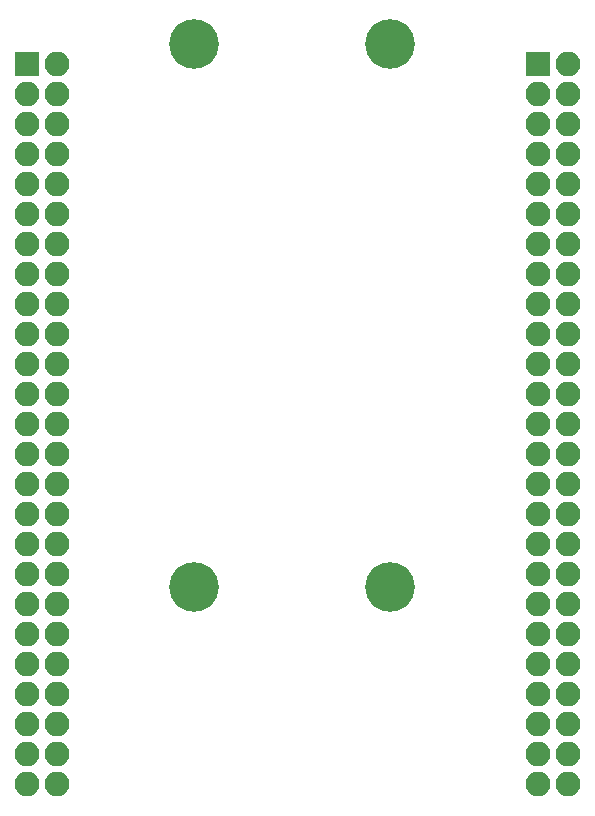
<source format=gbs>
G04 #@! TF.FileFunction,Soldermask,Bot*
%FSLAX46Y46*%
G04 Gerber Fmt 4.6, Leading zero omitted, Abs format (unit mm)*
G04 Created by KiCad (PCBNEW 4.0.1-stable) date 2019/01/19 9:27:24*
%MOMM*%
G01*
G04 APERTURE LIST*
%ADD10C,0.100000*%
%ADD11R,2.100000X2.100000*%
%ADD12O,2.100000X2.100000*%
%ADD13C,4.200000*%
G04 APERTURE END LIST*
D10*
D11*
X114404300Y-68020000D03*
D12*
X116944300Y-68020000D03*
X114404300Y-70560000D03*
X116944300Y-70560000D03*
X114404300Y-73100000D03*
X116944300Y-73100000D03*
X114404300Y-75640000D03*
X116944300Y-75640000D03*
X114404300Y-78180000D03*
X116944300Y-78180000D03*
X114404300Y-80720000D03*
X116944300Y-80720000D03*
X114404300Y-83260000D03*
X116944300Y-83260000D03*
X114404300Y-85800000D03*
X116944300Y-85800000D03*
X114404300Y-88340000D03*
X116944300Y-88340000D03*
X114404300Y-90880000D03*
X116944300Y-90880000D03*
X114404300Y-93420000D03*
X116944300Y-93420000D03*
X114404300Y-95960000D03*
X116944300Y-95960000D03*
X114404300Y-98500000D03*
X116944300Y-98500000D03*
X114404300Y-101040000D03*
X116944300Y-101040000D03*
X114404300Y-103580000D03*
X116944300Y-103580000D03*
X114404300Y-106120000D03*
X116944300Y-106120000D03*
X114404300Y-108660000D03*
X116944300Y-108660000D03*
X114404300Y-111200000D03*
X116944300Y-111200000D03*
X114404300Y-113740000D03*
X116944300Y-113740000D03*
X114404300Y-116280000D03*
X116944300Y-116280000D03*
X114404300Y-118820000D03*
X116944300Y-118820000D03*
X114404300Y-121360000D03*
X116944300Y-121360000D03*
X114404300Y-123900000D03*
X116944300Y-123900000D03*
X114404300Y-126440000D03*
X116944300Y-126440000D03*
X114404300Y-128980000D03*
X116944300Y-128980000D03*
D11*
X157740000Y-68020000D03*
D12*
X160280000Y-68020000D03*
X157740000Y-70560000D03*
X160280000Y-70560000D03*
X157740000Y-73100000D03*
X160280000Y-73100000D03*
X157740000Y-75640000D03*
X160280000Y-75640000D03*
X157740000Y-78180000D03*
X160280000Y-78180000D03*
X157740000Y-80720000D03*
X160280000Y-80720000D03*
X157740000Y-83260000D03*
X160280000Y-83260000D03*
X157740000Y-85800000D03*
X160280000Y-85800000D03*
X157740000Y-88340000D03*
X160280000Y-88340000D03*
X157740000Y-90880000D03*
X160280000Y-90880000D03*
X157740000Y-93420000D03*
X160280000Y-93420000D03*
X157740000Y-95960000D03*
X160280000Y-95960000D03*
X157740000Y-98500000D03*
X160280000Y-98500000D03*
X157740000Y-101040000D03*
X160280000Y-101040000D03*
X157740000Y-103580000D03*
X160280000Y-103580000D03*
X157740000Y-106120000D03*
X160280000Y-106120000D03*
X157740000Y-108660000D03*
X160280000Y-108660000D03*
X157740000Y-111200000D03*
X160280000Y-111200000D03*
X157740000Y-113740000D03*
X160280000Y-113740000D03*
X157740000Y-116280000D03*
X160280000Y-116280000D03*
X157740000Y-118820000D03*
X160280000Y-118820000D03*
X157740000Y-121360000D03*
X160280000Y-121360000D03*
X157740000Y-123900000D03*
X160280000Y-123900000D03*
X157740000Y-126440000D03*
X160280000Y-126440000D03*
X157740000Y-128980000D03*
X160280000Y-128980000D03*
D13*
X145150000Y-66300000D03*
X128550000Y-66300000D03*
X128550000Y-112300000D03*
X145150000Y-112300000D03*
M02*

</source>
